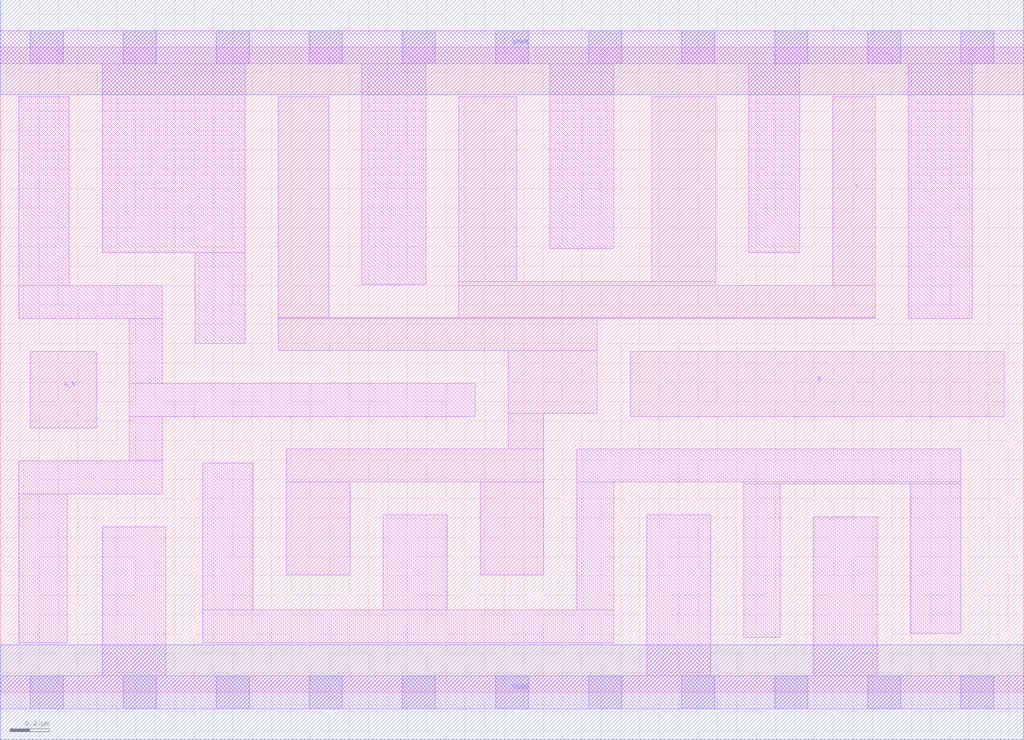
<source format=lef>
# Copyright 2020 The SkyWater PDK Authors
#
# Licensed under the Apache License, Version 2.0 (the "License");
# you may not use this file except in compliance with the License.
# You may obtain a copy of the License at
#
#     https://www.apache.org/licenses/LICENSE-2.0
#
# Unless required by applicable law or agreed to in writing, software
# distributed under the License is distributed on an "AS IS" BASIS,
# WITHOUT WARRANTIES OR CONDITIONS OF ANY KIND, either express or implied.
# See the License for the specific language governing permissions and
# limitations under the License.
#
# SPDX-License-Identifier: Apache-2.0

VERSION 5.7 ;
  NAMESCASESENSITIVE ON ;
  NOWIREEXTENSIONATPIN ON ;
  DIVIDERCHAR "/" ;
  BUSBITCHARS "[]" ;
UNITS
  DATABASE MICRONS 200 ;
END UNITS
MACRO sky130_fd_sc_lp__nand2b_4
  CLASS CORE ;
  FOREIGN sky130_fd_sc_lp__nand2b_4 ;
  ORIGIN  0.000000  0.000000 ;
  SIZE  5.280000 BY  3.330000 ;
  SYMMETRY X Y R90 ;
  SITE unit ;
  PIN A_N
    ANTENNAGATEAREA  0.315000 ;
    DIRECTION INPUT ;
    USE SIGNAL ;
    PORT
      LAYER li1 ;
        RECT 0.155000 1.365000 0.495000 1.760000 ;
    END
  END A_N
  PIN B
    ANTENNAGATEAREA  1.260000 ;
    DIRECTION INPUT ;
    USE SIGNAL ;
    PORT
      LAYER li1 ;
        RECT 3.250000 1.425000 5.180000 1.760000 ;
    END
  END B
  PIN Y
    ANTENNADIFFAREA  2.016000 ;
    DIRECTION OUTPUT ;
    USE SIGNAL ;
    PORT
      LAYER li1 ;
        RECT 1.435000 1.765000 3.080000 1.930000 ;
        RECT 1.435000 1.930000 4.515000 1.935000 ;
        RECT 1.435000 1.935000 1.695000 3.075000 ;
        RECT 1.475000 0.605000 1.805000 1.085000 ;
        RECT 1.475000 1.085000 2.805000 1.255000 ;
        RECT 2.365000 1.935000 4.515000 2.100000 ;
        RECT 2.365000 2.100000 3.690000 2.120000 ;
        RECT 2.365000 2.120000 2.665000 3.075000 ;
        RECT 2.475000 0.605000 2.805000 1.085000 ;
        RECT 2.620000 1.255000 2.805000 1.440000 ;
        RECT 2.620000 1.440000 3.080000 1.765000 ;
        RECT 3.360000 2.120000 3.690000 3.075000 ;
        RECT 4.295000 2.100000 4.515000 3.075000 ;
    END
  END Y
  PIN VGND
    DIRECTION INOUT ;
    USE GROUND ;
    PORT
      LAYER met1 ;
        RECT 0.000000 -0.245000 5.280000 0.245000 ;
    END
  END VGND
  PIN VPWR
    DIRECTION INOUT ;
    USE POWER ;
    PORT
      LAYER met1 ;
        RECT 0.000000 3.085000 5.280000 3.575000 ;
    END
  END VPWR
  OBS
    LAYER li1 ;
      RECT 0.000000 -0.085000 5.280000 0.085000 ;
      RECT 0.000000  3.245000 5.280000 3.415000 ;
      RECT 0.095000  0.255000 0.345000 1.025000 ;
      RECT 0.095000  1.025000 0.835000 1.195000 ;
      RECT 0.095000  1.930000 0.835000 2.100000 ;
      RECT 0.095000  2.100000 0.355000 3.075000 ;
      RECT 0.525000  0.085000 0.855000 0.855000 ;
      RECT 0.525000  2.270000 1.265000 3.245000 ;
      RECT 0.665000  1.195000 0.835000 1.425000 ;
      RECT 0.665000  1.425000 2.450000 1.595000 ;
      RECT 0.665000  1.595000 0.835000 1.930000 ;
      RECT 1.005000  1.800000 1.265000 2.270000 ;
      RECT 1.045000  0.255000 3.165000 0.425000 ;
      RECT 1.045000  0.425000 1.305000 1.185000 ;
      RECT 1.865000  2.105000 2.195000 3.245000 ;
      RECT 1.975000  0.425000 2.305000 0.915000 ;
      RECT 2.835000  2.290000 3.165000 3.245000 ;
      RECT 2.975000  0.425000 3.165000 1.085000 ;
      RECT 2.975000  1.085000 4.955000 1.255000 ;
      RECT 3.335000  0.085000 3.665000 0.915000 ;
      RECT 3.835000  0.285000 4.025000 1.075000 ;
      RECT 3.835000  1.075000 4.955000 1.085000 ;
      RECT 3.860000  2.270000 4.125000 3.245000 ;
      RECT 4.195000  0.085000 4.525000 0.905000 ;
      RECT 4.685000  1.930000 5.015000 3.245000 ;
      RECT 4.695000  0.305000 4.955000 1.075000 ;
    LAYER mcon ;
      RECT 0.155000 -0.085000 0.325000 0.085000 ;
      RECT 0.155000  3.245000 0.325000 3.415000 ;
      RECT 0.635000 -0.085000 0.805000 0.085000 ;
      RECT 0.635000  3.245000 0.805000 3.415000 ;
      RECT 1.115000 -0.085000 1.285000 0.085000 ;
      RECT 1.115000  3.245000 1.285000 3.415000 ;
      RECT 1.595000 -0.085000 1.765000 0.085000 ;
      RECT 1.595000  3.245000 1.765000 3.415000 ;
      RECT 2.075000 -0.085000 2.245000 0.085000 ;
      RECT 2.075000  3.245000 2.245000 3.415000 ;
      RECT 2.555000 -0.085000 2.725000 0.085000 ;
      RECT 2.555000  3.245000 2.725000 3.415000 ;
      RECT 3.035000 -0.085000 3.205000 0.085000 ;
      RECT 3.035000  3.245000 3.205000 3.415000 ;
      RECT 3.515000 -0.085000 3.685000 0.085000 ;
      RECT 3.515000  3.245000 3.685000 3.415000 ;
      RECT 3.995000 -0.085000 4.165000 0.085000 ;
      RECT 3.995000  3.245000 4.165000 3.415000 ;
      RECT 4.475000 -0.085000 4.645000 0.085000 ;
      RECT 4.475000  3.245000 4.645000 3.415000 ;
      RECT 4.955000 -0.085000 5.125000 0.085000 ;
      RECT 4.955000  3.245000 5.125000 3.415000 ;
  END
END sky130_fd_sc_lp__nand2b_4
END LIBRARY

</source>
